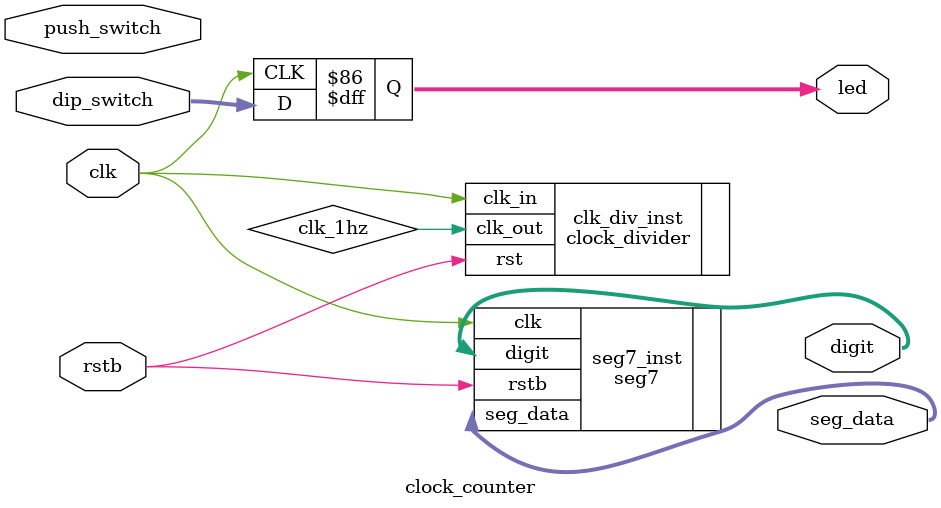
<source format=v>
module clock_counter(
    input wire clk,
    input wire rstb,
    input wire [15:0] dip_switch,
    input wire [4:0] push_switch,
    output wire [7:0] seg_data,
    output wire [7:0] digit,
    output reg [15:0] led
);
    // Å¬·° »ý¼º (1Hz)
    wire clk_1hz;

    // Å¬·° ºÐÁÖ±â ÀÎ½ºÅÏ½º
    clock_divider clk_div_inst (
        .clk_in(clk),
        .rst(rstb),
        .clk_out(clk_1hz)
    );

    // ÇöÀç ½Ã°£ ·¹Áö½ºÅÍ
    reg [7:0] current_time_reg [7:0];

    // ½Ã°£ ¼³Á¤ ¹× Áõ°¡ ·ÎÁ÷
    always @(posedge clk_1hz or negedge rstb) begin
        if (!rstb) begin
            current_time_reg[0] <= 8'd0; // ÃÊ
            current_time_reg[1] <= 8'd0; // ºÐ
            current_time_reg[2] <= 8'd0; // ½Ã
            current_time_reg[3] <= 8'd0; // ÀÏ
            current_time_reg[4] <= 8'd0; // ¿ù
            current_time_reg[5] <= 8'd0;
            current_time_reg[6] <= 8'd0;
            current_time_reg[7] <= 8'd0;
        end else if (push_switch[2]) begin
            // ½Ã°£ Áõ°¡ ·ÎÁ÷
            if (current_time_reg[0] < 8'd59)
                current_time_reg[0] <= current_time_reg[0] + 1;
            else begin
                current_time_reg[0] <= 8'd0;
                if (current_time_reg[1] < 8'd59)
                    current_time_reg[1] <= current_time_reg[1] + 1;
                else begin
                    current_time_reg[1] <= 8'd0;
                    if (current_time_reg[2] < 8'd23)
                        current_time_reg[2] <= current_time_reg[2] + 1;
                    else begin
                        current_time_reg[2] <= 8'd0;
                        if (current_time_reg[3] < 8'd31)
                            current_time_reg[3] <= current_time_reg[3] + 1;
                        else begin
                            current_time_reg[3] <= 8'd0;
                            if (current_time_reg[4] < 8'd12)
                                current_time_reg[4] <= current_time_reg[4] + 1;
                            else
                                current_time_reg[4] <= 8'd0;
                        end
                    end
                end
            end
        end else if (dip_switch[0]) begin
            if (push_switch[0] && current_time_reg[4] < 8'd9)
                current_time_reg[4] <= current_time_reg[4] + 1;
            if (push_switch[4] && current_time_reg[4] > 8'd0)
                current_time_reg[4] <= current_time_reg[4] - 1;
        end
        // ´Ù¸¥ DIP ½ºÀ§Ä¡¿Í Çª½Ã ¹öÆ°¿¡ ´ëÇÑ Ã³¸® Ãß°¡
    end

    // 7-¼¼±×¸ÕÆ® µð½ºÇÃ·¹ÀÌ ¸ðµâ ÀÎ½ºÅÏ½ºÈ­
    seg7 seg7_inst (
        .rstb(rstb),
        .clk(clk),
        .digit(digit),
        .seg_data(seg_data)
    );

    // DIP ½ºÀ§Ä¡¿¡ µû¸¥ LED Ãâ·Â
    always @(posedge clk) begin
        led <= dip_switch;
    end

endmodule

</source>
